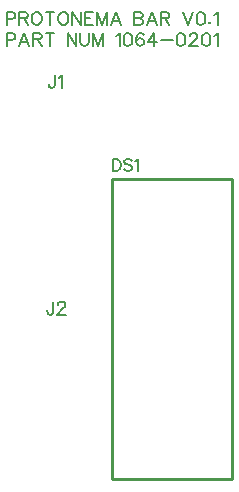
<source format=gto>
G04 Layer: TopSilkscreenLayer*
G04 Panelize: , Column: 2, Row: 2, Board Size: 27.94mm x 58.42mm, Panelized Board Size: 57.88mm x 118.84mm*
G04 EasyEDA v6.5.34, 2023-08-01 23:33:27*
G04 b51b2e2071534479880d9ec3b26c503f,5a6b42c53f6a479593ecc07194224c93,10*
G04 Gerber Generator version 0.2*
G04 Scale: 100 percent, Rotated: No, Reflected: No *
G04 Dimensions in millimeters *
G04 leading zeros omitted , absolute positions ,4 integer and 5 decimal *
%FSLAX45Y45*%
%MOMM*%

%ADD10C,0.1524*%
%ADD11C,0.2540*%

%LPD*%
D10*
X762000Y5601715D02*
G01*
X762000Y5492750D01*
X762000Y5601715D02*
G01*
X808736Y5601715D01*
X824229Y5596636D01*
X829563Y5591302D01*
X834644Y5580887D01*
X834644Y5565394D01*
X829563Y5554979D01*
X824229Y5549900D01*
X808736Y5544565D01*
X762000Y5544565D01*
X868934Y5601715D02*
G01*
X868934Y5492750D01*
X868934Y5601715D02*
G01*
X915670Y5601715D01*
X931418Y5596636D01*
X936497Y5591302D01*
X941831Y5580887D01*
X941831Y5570473D01*
X936497Y5560060D01*
X931418Y5554979D01*
X915670Y5549900D01*
X868934Y5549900D01*
X905510Y5549900D02*
G01*
X941831Y5492750D01*
X1007110Y5601715D02*
G01*
X996950Y5596636D01*
X986536Y5586221D01*
X981202Y5575807D01*
X976121Y5560060D01*
X976121Y5534152D01*
X981202Y5518657D01*
X986536Y5508244D01*
X996950Y5497829D01*
X1007110Y5492750D01*
X1027937Y5492750D01*
X1038352Y5497829D01*
X1048765Y5508244D01*
X1054100Y5518657D01*
X1059179Y5534152D01*
X1059179Y5560060D01*
X1054100Y5575807D01*
X1048765Y5586221D01*
X1038352Y5596636D01*
X1027937Y5601715D01*
X1007110Y5601715D01*
X1129792Y5601715D02*
G01*
X1129792Y5492750D01*
X1093470Y5601715D02*
G01*
X1166113Y5601715D01*
X1231645Y5601715D02*
G01*
X1221231Y5596636D01*
X1210818Y5586221D01*
X1205737Y5575807D01*
X1200404Y5560060D01*
X1200404Y5534152D01*
X1205737Y5518657D01*
X1210818Y5508244D01*
X1221231Y5497829D01*
X1231645Y5492750D01*
X1252473Y5492750D01*
X1262887Y5497829D01*
X1273302Y5508244D01*
X1278381Y5518657D01*
X1283715Y5534152D01*
X1283715Y5560060D01*
X1278381Y5575807D01*
X1273302Y5586221D01*
X1262887Y5596636D01*
X1252473Y5601715D01*
X1231645Y5601715D01*
X1318005Y5601715D02*
G01*
X1318005Y5492750D01*
X1318005Y5601715D02*
G01*
X1390650Y5492750D01*
X1390650Y5601715D02*
G01*
X1390650Y5492750D01*
X1424939Y5601715D02*
G01*
X1424939Y5492750D01*
X1424939Y5601715D02*
G01*
X1492504Y5601715D01*
X1424939Y5549900D02*
G01*
X1466595Y5549900D01*
X1424939Y5492750D02*
G01*
X1492504Y5492750D01*
X1526794Y5601715D02*
G01*
X1526794Y5492750D01*
X1526794Y5601715D02*
G01*
X1568450Y5492750D01*
X1609852Y5601715D02*
G01*
X1568450Y5492750D01*
X1609852Y5601715D02*
G01*
X1609852Y5492750D01*
X1685797Y5601715D02*
G01*
X1644142Y5492750D01*
X1685797Y5601715D02*
G01*
X1727200Y5492750D01*
X1659889Y5529071D02*
G01*
X1711705Y5529071D01*
X1841500Y5601715D02*
G01*
X1841500Y5492750D01*
X1841500Y5601715D02*
G01*
X1888489Y5601715D01*
X1903984Y5596636D01*
X1909063Y5591302D01*
X1914397Y5580887D01*
X1914397Y5570473D01*
X1909063Y5560060D01*
X1903984Y5554979D01*
X1888489Y5549900D01*
X1841500Y5549900D02*
G01*
X1888489Y5549900D01*
X1903984Y5544565D01*
X1909063Y5539486D01*
X1914397Y5529071D01*
X1914397Y5513323D01*
X1909063Y5502910D01*
X1903984Y5497829D01*
X1888489Y5492750D01*
X1841500Y5492750D01*
X1990090Y5601715D02*
G01*
X1948688Y5492750D01*
X1990090Y5601715D02*
G01*
X2031745Y5492750D01*
X1964181Y5529071D02*
G01*
X2016252Y5529071D01*
X2066036Y5601715D02*
G01*
X2066036Y5492750D01*
X2066036Y5601715D02*
G01*
X2112772Y5601715D01*
X2128520Y5596636D01*
X2133600Y5591302D01*
X2138679Y5580887D01*
X2138679Y5570473D01*
X2133600Y5560060D01*
X2128520Y5554979D01*
X2112772Y5549900D01*
X2066036Y5549900D01*
X2102358Y5549900D02*
G01*
X2138679Y5492750D01*
X2252979Y5601715D02*
G01*
X2294636Y5492750D01*
X2336291Y5601715D02*
G01*
X2294636Y5492750D01*
X2401570Y5601715D02*
G01*
X2386075Y5596636D01*
X2375661Y5580887D01*
X2370581Y5554979D01*
X2370581Y5539486D01*
X2375661Y5513323D01*
X2386075Y5497829D01*
X2401570Y5492750D01*
X2411984Y5492750D01*
X2427731Y5497829D01*
X2438145Y5513323D01*
X2443225Y5539486D01*
X2443225Y5554979D01*
X2438145Y5580887D01*
X2427731Y5596636D01*
X2411984Y5601715D01*
X2401570Y5601715D01*
X2482850Y5518657D02*
G01*
X2477515Y5513323D01*
X2482850Y5508244D01*
X2487929Y5513323D01*
X2482850Y5518657D01*
X2522220Y5580887D02*
G01*
X2532634Y5586221D01*
X2548127Y5601715D01*
X2548127Y5492750D01*
X762000Y5423915D02*
G01*
X762000Y5314950D01*
X762000Y5423915D02*
G01*
X808736Y5423915D01*
X824229Y5418836D01*
X829563Y5413502D01*
X834644Y5403087D01*
X834644Y5387594D01*
X829563Y5377179D01*
X824229Y5372100D01*
X808736Y5366765D01*
X762000Y5366765D01*
X910589Y5423915D02*
G01*
X868934Y5314950D01*
X910589Y5423915D02*
G01*
X952245Y5314950D01*
X884681Y5351271D02*
G01*
X936497Y5351271D01*
X986536Y5423915D02*
G01*
X986536Y5314950D01*
X986536Y5423915D02*
G01*
X1033271Y5423915D01*
X1048765Y5418836D01*
X1054100Y5413502D01*
X1059179Y5403087D01*
X1059179Y5392673D01*
X1054100Y5382260D01*
X1048765Y5377179D01*
X1033271Y5372100D01*
X986536Y5372100D01*
X1022857Y5372100D02*
G01*
X1059179Y5314950D01*
X1129792Y5423915D02*
G01*
X1129792Y5314950D01*
X1093470Y5423915D02*
G01*
X1166113Y5423915D01*
X1280413Y5423915D02*
G01*
X1280413Y5314950D01*
X1280413Y5423915D02*
G01*
X1353312Y5314950D01*
X1353312Y5423915D02*
G01*
X1353312Y5314950D01*
X1387602Y5423915D02*
G01*
X1387602Y5345937D01*
X1392681Y5330444D01*
X1403095Y5320029D01*
X1418589Y5314950D01*
X1429004Y5314950D01*
X1444752Y5320029D01*
X1455165Y5330444D01*
X1460245Y5345937D01*
X1460245Y5423915D01*
X1494536Y5423915D02*
G01*
X1494536Y5314950D01*
X1494536Y5423915D02*
G01*
X1536192Y5314950D01*
X1577594Y5423915D02*
G01*
X1536192Y5314950D01*
X1577594Y5423915D02*
G01*
X1577594Y5314950D01*
X1691894Y5403087D02*
G01*
X1702307Y5408421D01*
X1718055Y5423915D01*
X1718055Y5314950D01*
X1783334Y5423915D02*
G01*
X1767839Y5418836D01*
X1757426Y5403087D01*
X1752345Y5377179D01*
X1752345Y5361686D01*
X1757426Y5335523D01*
X1767839Y5320029D01*
X1783334Y5314950D01*
X1793747Y5314950D01*
X1809495Y5320029D01*
X1819910Y5335523D01*
X1824989Y5361686D01*
X1824989Y5377179D01*
X1819910Y5403087D01*
X1809495Y5418836D01*
X1793747Y5423915D01*
X1783334Y5423915D01*
X1921510Y5408421D02*
G01*
X1916429Y5418836D01*
X1900936Y5423915D01*
X1890521Y5423915D01*
X1874773Y5418836D01*
X1864360Y5403087D01*
X1859279Y5377179D01*
X1859279Y5351271D01*
X1864360Y5330444D01*
X1874773Y5320029D01*
X1890521Y5314950D01*
X1895602Y5314950D01*
X1911350Y5320029D01*
X1921510Y5330444D01*
X1926844Y5345937D01*
X1926844Y5351271D01*
X1921510Y5366765D01*
X1911350Y5377179D01*
X1895602Y5382260D01*
X1890521Y5382260D01*
X1874773Y5377179D01*
X1864360Y5366765D01*
X1859279Y5351271D01*
X2012950Y5423915D02*
G01*
X1961134Y5351271D01*
X2039111Y5351271D01*
X2012950Y5423915D02*
G01*
X2012950Y5314950D01*
X2073402Y5361686D02*
G01*
X2166874Y5361686D01*
X2232406Y5423915D02*
G01*
X2216658Y5418836D01*
X2206243Y5403087D01*
X2201163Y5377179D01*
X2201163Y5361686D01*
X2206243Y5335523D01*
X2216658Y5320029D01*
X2232406Y5314950D01*
X2242820Y5314950D01*
X2258313Y5320029D01*
X2268727Y5335523D01*
X2273808Y5361686D01*
X2273808Y5377179D01*
X2268727Y5403087D01*
X2258313Y5418836D01*
X2242820Y5423915D01*
X2232406Y5423915D01*
X2313431Y5398007D02*
G01*
X2313431Y5403087D01*
X2318511Y5413502D01*
X2323845Y5418836D01*
X2334259Y5423915D01*
X2354834Y5423915D01*
X2365247Y5418836D01*
X2370581Y5413502D01*
X2375661Y5403087D01*
X2375661Y5392673D01*
X2370581Y5382260D01*
X2360168Y5366765D01*
X2308097Y5314950D01*
X2380995Y5314950D01*
X2446274Y5423915D02*
G01*
X2430779Y5418836D01*
X2420365Y5403087D01*
X2415286Y5377179D01*
X2415286Y5361686D01*
X2420365Y5335523D01*
X2430779Y5320029D01*
X2446274Y5314950D01*
X2456688Y5314950D01*
X2472436Y5320029D01*
X2482850Y5335523D01*
X2487929Y5361686D01*
X2487929Y5377179D01*
X2482850Y5403087D01*
X2472436Y5418836D01*
X2456688Y5423915D01*
X2446274Y5423915D01*
X2522220Y5403087D02*
G01*
X2532634Y5408421D01*
X2548127Y5423915D01*
X2548127Y5314950D01*
X1156761Y3150615D02*
G01*
X1156761Y3067557D01*
X1151681Y3051810D01*
X1146347Y3046729D01*
X1136187Y3041395D01*
X1125773Y3041395D01*
X1115359Y3046729D01*
X1110025Y3051810D01*
X1104945Y3067557D01*
X1104945Y3077971D01*
X1196385Y3124707D02*
G01*
X1196385Y3129787D01*
X1201465Y3140202D01*
X1206799Y3145536D01*
X1217213Y3150615D01*
X1237787Y3150615D01*
X1248201Y3145536D01*
X1253535Y3140202D01*
X1258615Y3129787D01*
X1258615Y3119373D01*
X1253535Y3108960D01*
X1243121Y3093465D01*
X1191051Y3041395D01*
X1263949Y3041395D01*
X1169438Y5068267D02*
G01*
X1169438Y4985209D01*
X1164358Y4969715D01*
X1159278Y4964381D01*
X1148864Y4959301D01*
X1138450Y4959301D01*
X1128036Y4964381D01*
X1122702Y4969715D01*
X1117622Y4985209D01*
X1117622Y4995623D01*
X1203728Y5047439D02*
G01*
X1214142Y5052773D01*
X1229890Y5068267D01*
X1229890Y4959301D01*
X1663697Y4355330D02*
G01*
X1663697Y4259826D01*
X1663697Y4355330D02*
G01*
X1695447Y4355330D01*
X1709163Y4350758D01*
X1718307Y4341868D01*
X1722879Y4332724D01*
X1727451Y4319008D01*
X1727451Y4296402D01*
X1722879Y4282686D01*
X1718307Y4273542D01*
X1709163Y4264398D01*
X1695447Y4259826D01*
X1663697Y4259826D01*
X1820923Y4341868D02*
G01*
X1811779Y4350758D01*
X1798317Y4355330D01*
X1780029Y4355330D01*
X1766313Y4350758D01*
X1757423Y4341868D01*
X1757423Y4332724D01*
X1761995Y4323580D01*
X1766313Y4319008D01*
X1775457Y4314436D01*
X1802889Y4305292D01*
X1811779Y4300974D01*
X1816351Y4296402D01*
X1820923Y4287258D01*
X1820923Y4273542D01*
X1811779Y4264398D01*
X1798317Y4259826D01*
X1780029Y4259826D01*
X1766313Y4264398D01*
X1757423Y4273542D01*
X1850895Y4337296D02*
G01*
X1860039Y4341868D01*
X1873755Y4355330D01*
X1873755Y4259826D01*
D11*
X1651000Y4191000D02*
G01*
X2667000Y4191000D01*
X2667000Y1651000D01*
X1651000Y1651000D01*
X1651000Y4191000D01*
M02*

</source>
